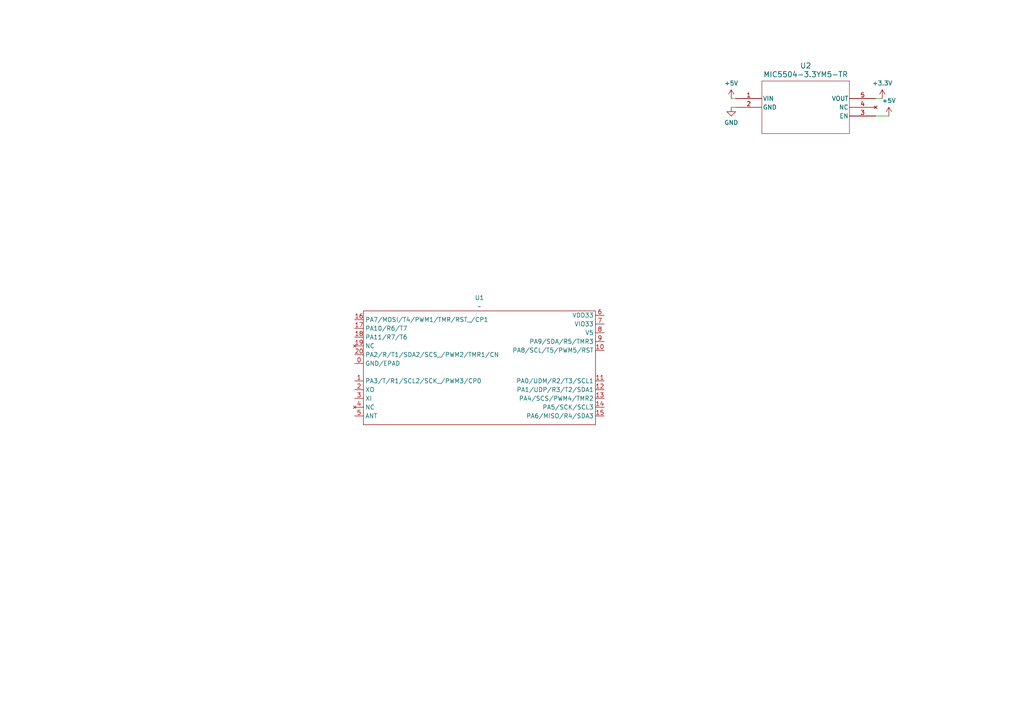
<source format=kicad_sch>
(kicad_sch (version 20250114) (generator "eeschema") (generator_version "9.0")
  (paper "A4")
  (lib_symbols
    (symbol "300mah 3.3v vreg:MIC5504-3.3YM5-TR" (pin_names (offset 0.254))
      (property "Reference" "U" (at 20.32 10.16 0))
      (property "Value" "MIC5504-3.3YM5-TR" (at 20.32 7.62 0))
      (symbol "MIC5504-3.3YM5-TR_0_1"
        (polyline (pts (xy 7.62 5.08) (xy 7.62 -10.16)) (stroke (width 0.127)))
        (polyline (pts (xy 7.62 -10.16) (xy 33.02 -10.16)) (stroke (width 0.127)))
        (polyline (pts (xy 33.02 5.08) (xy 7.62 5.08)) (stroke (width 0.127)))
        (polyline (pts (xy 33.02 -10.16) (xy 33.02 5.08)) (stroke (width 0.127)))
        (pin input line (at 0 0 0) (length 7.62) (name "VIN") (number "1"))
        (pin power_in line (at 0 -2.54 0) (length 7.62) (name "GND") (number "2"))
        (pin output line (at 40.64 0 180) (length 7.62) (name "VOUT") (number "5"))
        (pin no_connect line (at 40.64 -2.54 180) (length 7.62) (name "NC") (number "4"))
        (pin input line (at 40.64 -5.08 180) (length 7.62) (name "EN") (number "3"))
      )
    )
    (symbol "CH572D:CH572D"
      (property "Reference" "U" (at 0 0 0))
      (symbol "CH572D_0_1"
        (rectangle (start -33.02 16.51) (end 34.29 -16.51))
      )
      (symbol "CH572D_1_1"
        (pin bidirectional line (at -35.56 13.97 0) (length 2.54) (name "PA7/MOSI/T4/PWM1/TMR/RST_/CP1") (number "16"))
        (pin bidirectional line (at -35.56 11.43 0) (length 2.54) (name "PA10/R6/T7") (number "17"))
        (pin bidirectional line (at -35.56 8.89 0) (length 2.54) (name "PA11/R7/T6") (number "18"))
        (pin no_connect line (at -35.56 6.35 0) (length 2.54) (name "NC") (number "19"))
        (pin bidirectional line (at -35.56 3.81 0) (length 2.54) (name "PA2/R/T1/SDA2/SCS_/PWM2/TMR1/CN") (number "20"))
        (pin power_in line (at -35.56 1.27 0) (length 2.54) (name "GND/EPAD") (number "0"))
        (pin bidirectional line (at -35.56 -3.81 0) (length 2.54) (name "PA3/T/R1/SCL2/SCK_/PWM3/CP0") (number "1"))
        (pin input line (at -35.56 -6.35 0) (length 2.54) (name "XO") (number "2"))
        (pin input line (at -35.56 -8.89 0) (length 2.54) (name "XI") (number "3"))
        (pin no_connect line (at -35.56 -11.43 0) (length 2.54) (name "NC") (number "4"))
        (pin bidirectional line (at -35.56 -13.97 0) (length 2.54) (name "ANT") (number "5"))
        (pin power_in line (at 36.83 15.24 180) (length 2.54) (name "VDD33") (number "6"))
        (pin power_in line (at 36.83 12.7 180) (length 2.54) (name "VIO33") (number "7"))
        (pin power_in line (at 36.83 10.16 180) (length 2.54) (name "V5") (number "8"))
        (pin bidirectional line (at 36.83 7.62 180) (length 2.54) (name "PA9/SDA/R5/TMR3") (number "9"))
        (pin bidirectional line (at 36.83 5.08 180) (length 2.54) (name "PA8/SCL/T5/PWM5/RST") (number "10"))
        (pin bidirectional line (at 36.83 -3.81 180) (length 2.54) (name "PA0/UDM/R2/T3/SCL1") (number "11"))
        (pin bidirectional line (at 36.83 -6.35 180) (length 2.54) (name "PA1/UDP/R3/T2/SDA1") (number "12"))
        (pin bidirectional line (at 36.83 -8.89 180) (length 2.54) (name "PA4/SCS/PWM4/TMR2") (number "13"))
        (pin bidirectional line (at 36.83 -11.43 180) (length 2.54) (name "PA5/SCK/SCL3") (number "14"))
        (pin bidirectional line (at 36.83 -13.97 180) (length 2.54) (name "PA6/MISO/R4/SDA3") (number "15"))
      )
    )
    (symbol "power:+3.3V" (power) (pin_names (offset 0))
      (property "Value" "+3.3V" (at 0 3.556 0))
      (symbol "+3.3V_0_1"
        (polyline (pts (xy -0.762 1.27) (xy 0 2.54)))
        (polyline (pts (xy 0 2.54) (xy 0.762 1.27)))
        (polyline (pts (xy 0 0) (xy 0 2.54)))
      )
      (symbol "+3.3V_1_1"
        (pin power_in line (at 0 0 90) (length 0) (hide yes) (name "+3.3V") (number "1"))
      )
    )
    (symbol "power:+5V" (power) (pin_names (offset 0))
      (property "Value" "+5V" (at 0 3.556 0))
      (symbol "+5V_0_1"
        (polyline (pts (xy -0.762 1.27) (xy 0 2.54)))
        (polyline (pts (xy 0 2.54) (xy 0.762 1.27)))
        (polyline (pts (xy 0 0) (xy 0 2.54)))
      )
      (symbol "+5V_1_1"
        (pin power_in line (at 0 0 90) (length 0) (hide yes) (name "+5V") (number "1"))
      )
    )
    (symbol "power:GND" (power) (pin_names (offset 0))
      (property "Value" "GND" (at 0 -3.81 0))
      (symbol "GND_0_1"
        (polyline (pts (xy 0 0) (xy 0 -1.27) (xy 1.27 -1.27) (xy 0 -2.54) (xy -1.27 -1.27) (xy 0 -1.27)))
      )
      (symbol "GND_1_1"
        (pin power_in line (at 0 0 270) (length 0) (hide yes) (name "GND") (number "1"))
      )
    )
  )
  (wire (pts (xy 254 28.575) (xy 255.905 28.575)))
  (wire (pts (xy 212.09 28.575) (xy 213.36 28.575)))
  (wire (pts (xy 254 33.655) (xy 257.81 33.655)))
  (wire (pts (xy 212.09 31.115) (xy 213.36 31.115)))
  (symbol (lib_id "power:+5V") (at 212.09 28.575 0) (unit 1)
    (property "Reference" "#PWR02" (effects (hide yes)))
    (property "Value" "+5V" (at 212.09 24.13 0))
    (property "Description" "Power symbol creates a global label with name \"+5V\"" (effects (hide yes)))
  )
  (symbol (lib_id "power:GND") (at 212.09 31.115 0) (unit 1)
    (property "Reference" "#PWR01" (effects (hide yes)))
    (property "Value" "GND" (at 212.09 35.56 0))
    (property "Description" "Power symbol creates a global label with name \"GND\" , ground" (effects (hide yes)))
  )
  (symbol (lib_id "300mah 3.3v vreg:MIC5504-3.3YM5-TR") (at 213.36 28.575 0) (unit 1)
    (property "Reference" "U2" (at 233.68 19.05 0) (effects (font (size 1.524 1.524))))
    (property "Value" "MIC5504-3.3YM5-TR" (at 233.68 21.59 0) (effects (font (size 1.524 1.524))))
    (property "Footprint" "SOT-23-5_MC_MCH" (effects (hide yes)))
    (property "Datasheet" "MIC5504-3.3YM5-TR" (effects (hide yes)))
  )
  (symbol (lib_id "CH572D:CH572D") (at 138.43 106.68 0) (unit 1)
    (property "Reference" "U1" (at 139.065 86.36 0))
    (property "Value" "~" (at 139.065 88.9 0))
    (property "Footprint" "Ch572D:CH572D" (effects (hide yes)))
  )
  (symbol (lib_id "power:+5V") (at 257.81 33.655 0) (unit 1)
    (property "Reference" "#PWR04" (effects (hide yes)))
    (property "Value" "+5V" (at 257.81 29.21 0))
    (property "Description" "Power symbol creates a global label with name \"+5V\"" (effects (hide yes)))
  )
  (symbol (lib_id "power:+3.3V") (at 255.905 28.575 0) (unit 1)
    (property "Reference" "#PWR03" (effects (hide yes)))
    (property "Value" "+3.3V" (at 255.905 24.13 0))
    (property "Description" "Power symbol creates a global label with name \"+3.3V\"" (effects (hide yes)))
  )
)
</source>
